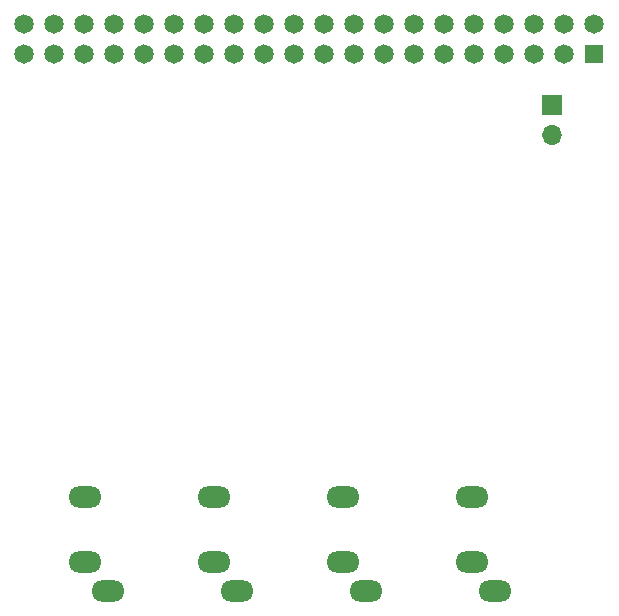
<source format=gbr>
%TF.GenerationSoftware,KiCad,Pcbnew,5.1.10-88a1d61d58~90~ubuntu20.04.1*%
%TF.CreationDate,2022-01-13T19:57:23+00:00*%
%TF.ProjectId,RPi_shield,5250695f-7368-4696-956c-642e6b696361,rev?*%
%TF.SameCoordinates,Original*%
%TF.FileFunction,Soldermask,Bot*%
%TF.FilePolarity,Negative*%
%FSLAX46Y46*%
G04 Gerber Fmt 4.6, Leading zero omitted, Abs format (unit mm)*
G04 Created by KiCad (PCBNEW 5.1.10-88a1d61d58~90~ubuntu20.04.1) date 2022-01-13 19:57:23*
%MOMM*%
%LPD*%
G01*
G04 APERTURE LIST*
%ADD10O,2.800000X1.800000*%
%ADD11R,1.640000X1.640000*%
%ADD12C,1.640000*%
%ADD13R,1.700000X1.700000*%
%ADD14O,1.700000X1.700000*%
G04 APERTURE END LIST*
D10*
%TO.C,J1*%
X97822000Y-74904000D03*
X97822000Y-80404000D03*
X99822000Y-82804000D03*
%TD*%
%TO.C,J2*%
X77978000Y-82804000D03*
X75978000Y-80404000D03*
X75978000Y-74904000D03*
%TD*%
%TO.C,J3*%
X86900000Y-74904000D03*
X86900000Y-80404000D03*
X88900000Y-82804000D03*
%TD*%
%TO.C,J4*%
X67056000Y-82804000D03*
X65056000Y-80404000D03*
X65056000Y-74904000D03*
%TD*%
D11*
%TO.C,J5*%
X108204000Y-37338000D03*
D12*
X108204000Y-34798000D03*
X105664000Y-37338000D03*
X105664000Y-34798000D03*
X103124000Y-37338000D03*
X103124000Y-34798000D03*
X100584000Y-37338000D03*
X100584000Y-34798000D03*
X98044000Y-37338000D03*
X98044000Y-34798000D03*
X95504000Y-37338000D03*
X95504000Y-34798000D03*
X92964000Y-37338000D03*
X92964000Y-34798000D03*
X90424000Y-37338000D03*
X90424000Y-34798000D03*
X87884000Y-37338000D03*
X87884000Y-34798000D03*
X85344000Y-37338000D03*
X85344000Y-34798000D03*
X82804000Y-37338000D03*
X82804000Y-34798000D03*
X80264000Y-37338000D03*
X80264000Y-34798000D03*
X77724000Y-37338000D03*
X77724000Y-34798000D03*
X75184000Y-37338000D03*
X75184000Y-34798000D03*
X72644000Y-37338000D03*
X72644000Y-34798000D03*
X70104000Y-37338000D03*
X70104000Y-34798000D03*
X67564000Y-37338000D03*
X67564000Y-34798000D03*
X65024000Y-37338000D03*
X65024000Y-34798000D03*
X62484000Y-37338000D03*
X62484000Y-34798000D03*
X59944000Y-37338000D03*
X59944000Y-34798000D03*
%TD*%
D13*
%TO.C,M1*%
X104648000Y-41656000D03*
D14*
X104648000Y-44196000D03*
%TD*%
M02*

</source>
